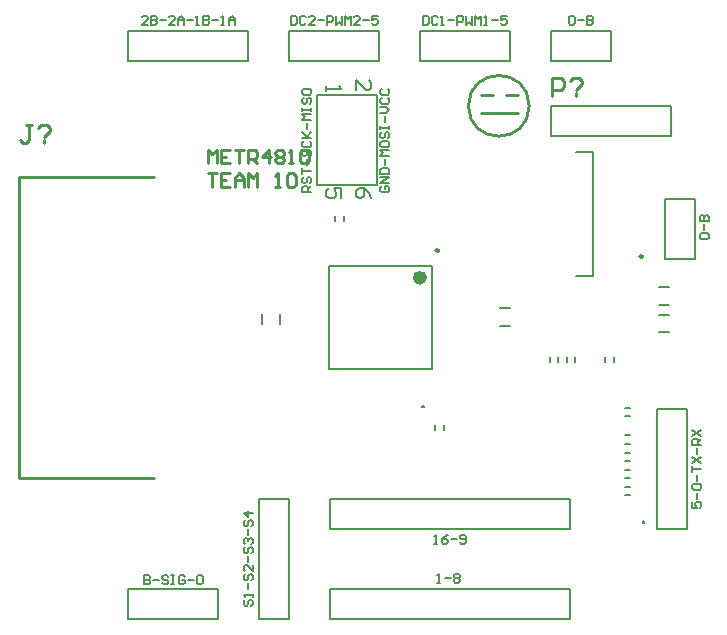
<source format=gto>
G04 Layer_Color=65535*
%FSLAX24Y24*%
%MOIN*%
G70*
G01*
G75*
%ADD22C,0.0100*%
%ADD31C,0.0098*%
%ADD32C,0.0236*%
%ADD33C,0.0079*%
%ADD34C,0.0050*%
%ADD35C,0.0080*%
D22*
X15362Y16150D02*
G03*
X15362Y16150I-1012J0D01*
G01*
X-1650Y3747D02*
X2850D01*
X-1650D02*
Y13790D01*
X2850D01*
X13750Y16500D02*
X14150D01*
X14600D02*
X15000D01*
X13750Y15900D02*
X15000D01*
X4650Y14230D02*
Y14680D01*
X4800Y14530D01*
X4950Y14680D01*
Y14230D01*
X5400Y14680D02*
X5100D01*
Y14230D01*
X5400D01*
X5100Y14455D02*
X5250D01*
X5550Y14680D02*
X5850D01*
X5700D01*
Y14230D01*
X6000D02*
Y14680D01*
X6224D01*
X6299Y14605D01*
Y14455D01*
X6224Y14380D01*
X6000D01*
X6150D02*
X6299Y14230D01*
X6674D02*
Y14680D01*
X6449Y14455D01*
X6749D01*
X6899Y14605D02*
X6974Y14680D01*
X7124D01*
X7199Y14605D01*
Y14530D01*
X7124Y14455D01*
X7199Y14380D01*
Y14305D01*
X7124Y14230D01*
X6974D01*
X6899Y14305D01*
Y14380D01*
X6974Y14455D01*
X6899Y14530D01*
Y14605D01*
X6974Y14455D02*
X7124D01*
X7349Y14230D02*
X7499D01*
X7424D01*
Y14680D01*
X7349Y14605D01*
X7724D02*
X7799Y14680D01*
X7949D01*
X8024Y14605D01*
Y14305D01*
X7949Y14230D01*
X7799D01*
X7724Y14305D01*
Y14605D01*
X4650Y13900D02*
X4950D01*
X4800D01*
Y13450D01*
X5400Y13900D02*
X5100D01*
Y13450D01*
X5400D01*
X5100Y13675D02*
X5250D01*
X5550Y13450D02*
Y13750D01*
X5700Y13900D01*
X5850Y13750D01*
Y13450D01*
Y13675D01*
X5550D01*
X6000Y13450D02*
Y13900D01*
X6150Y13750D01*
X6299Y13900D01*
Y13450D01*
X6899D02*
X7049D01*
X6974D01*
Y13900D01*
X6899Y13825D01*
X7274D02*
X7349Y13900D01*
X7499D01*
X7574Y13825D01*
Y13525D01*
X7499Y13450D01*
X7349D01*
X7274Y13525D01*
Y13825D01*
X-1199Y15520D02*
X-1399D01*
X-1299D01*
Y15020D01*
X-1399Y14920D01*
X-1499D01*
X-1599Y15020D01*
X-999Y15420D02*
X-899Y15520D01*
X-699D01*
X-599Y15420D01*
Y15320D01*
X-799Y15120D01*
Y15020D02*
Y14920D01*
X16135Y16492D02*
Y17091D01*
X16434D01*
X16534Y16991D01*
Y16791D01*
X16434Y16691D01*
X16135D01*
X16734Y16991D02*
X16834Y17091D01*
X17034D01*
X17134Y16991D01*
Y16891D01*
X16934Y16691D01*
Y16591D02*
Y16492D01*
D31*
X19149Y11127D02*
G03*
X19149Y11127I-49J0D01*
G01*
X12349Y11324D02*
G03*
X12349Y11324I-49J0D01*
G01*
D32*
X11837Y10419D02*
G03*
X11837Y10419I-118J0D01*
G01*
D33*
X20073Y15150D02*
Y16150D01*
X16073Y15150D02*
X20073D01*
X16073Y16150D02*
X20073D01*
X16073Y15150D02*
Y16150D01*
X16896Y7621D02*
Y7779D01*
X16621Y7621D02*
Y7779D01*
X19705Y9505D02*
X20020D01*
X19705Y10095D02*
X20020D01*
X19705Y8601D02*
X20020D01*
X19705Y9192D02*
X20020D01*
X14393Y8805D02*
X14707D01*
X14393Y9395D02*
X14707D01*
X7045Y8893D02*
Y9207D01*
X6455Y8893D02*
Y9207D01*
X17904Y7621D02*
Y7779D01*
X18179Y7621D02*
Y7779D01*
X19880Y13050D02*
X20880D01*
Y11050D02*
Y13050D01*
X19880Y11050D02*
X20880D01*
X19880D02*
Y13050D01*
X16048Y7621D02*
Y7779D01*
X16324Y7621D02*
Y7779D01*
X16935Y14617D02*
X17486D01*
Y10483D02*
Y14617D01*
X16935Y10483D02*
X17486D01*
X19630Y6055D02*
X20630D01*
Y2055D02*
Y6055D01*
X19630Y2055D02*
Y6055D01*
Y2055D02*
X20630D01*
X2000Y-945D02*
Y55D01*
X5000D01*
Y-945D02*
Y55D01*
X2000Y-945D02*
X5000D01*
X8715Y55D02*
X16715D01*
X8715Y-945D02*
Y55D01*
Y-945D02*
X16715D01*
Y55D01*
X8715Y3055D02*
X16715D01*
X8715Y2055D02*
Y3055D01*
Y2055D02*
X16715D01*
Y3055D01*
X16073Y17661D02*
X18073D01*
Y18661D01*
X16073D02*
X18073D01*
X16073Y17661D02*
Y18661D01*
X8905Y12316D02*
Y12473D01*
X9181Y12316D02*
Y12473D01*
X6358Y3055D02*
X7358D01*
Y-945D02*
Y3055D01*
X6358Y-945D02*
Y3055D01*
Y-945D02*
X7358D01*
X10358Y17661D02*
Y18661D01*
X7358Y17661D02*
X10358D01*
X7358D02*
Y18661D01*
X10358D01*
X14715Y17661D02*
Y18661D01*
X11715Y17661D02*
X14715D01*
X11715D02*
Y18661D01*
X14715D01*
X18552Y4889D02*
X18709D01*
X18552Y5164D02*
X18709D01*
X18552Y3447D02*
X18709D01*
X18552Y3171D02*
X18709D01*
X18552Y5812D02*
X18709D01*
X18552Y6088D02*
X18709D01*
X12511Y5349D02*
Y5507D01*
X12235Y5349D02*
Y5507D01*
X18552Y4592D02*
X18709D01*
X18552Y4316D02*
X18709D01*
X2000Y17661D02*
Y18661D01*
X6000D01*
X2000Y17661D02*
X6000D01*
Y18661D01*
X18552Y3744D02*
X18709D01*
X18552Y4019D02*
X18709D01*
X8687Y10813D02*
X12113D01*
X8687Y7387D02*
X12113D01*
Y10813D01*
X8687Y7387D02*
Y10813D01*
X8300Y13500D02*
Y15417D01*
Y13500D02*
Y16500D01*
X10300Y13500D02*
Y16500D01*
X8300D02*
X10300D01*
X8300Y13500D02*
X10300D01*
D34*
X21100Y11700D02*
X21050Y11750D01*
Y11850D01*
X21100Y11900D01*
X21300D01*
X21350Y11850D01*
Y11750D01*
X21300Y11700D01*
X21100D01*
X21200Y12000D02*
Y12200D01*
X21050Y12300D02*
X21350D01*
Y12450D01*
X21300Y12500D01*
X21250D01*
X21200Y12450D01*
Y12300D01*
Y12450D01*
X21150Y12500D01*
X21100D01*
X21050Y12450D01*
Y12300D01*
X5900Y-319D02*
X5850Y-369D01*
Y-469D01*
X5900Y-519D01*
X5950D01*
X6000Y-469D01*
Y-369D01*
X6050Y-319D01*
X6100D01*
X6150Y-369D01*
Y-469D01*
X6100Y-519D01*
X6150Y-219D02*
Y-120D01*
Y-169D01*
X5850D01*
X5900Y-219D01*
X6000Y30D02*
Y230D01*
X5900Y530D02*
X5850Y480D01*
Y380D01*
X5900Y330D01*
X5950D01*
X6000Y380D01*
Y480D01*
X6050Y530D01*
X6100D01*
X6150Y480D01*
Y380D01*
X6100Y330D01*
X6150Y830D02*
Y630D01*
X5950Y830D01*
X5900D01*
X5850Y780D01*
Y680D01*
X5900Y630D01*
X6000Y930D02*
Y1130D01*
X5900Y1430D02*
X5850Y1380D01*
Y1280D01*
X5900Y1230D01*
X5950D01*
X6000Y1280D01*
Y1380D01*
X6050Y1430D01*
X6100D01*
X6150Y1380D01*
Y1280D01*
X6100Y1230D01*
X5900Y1530D02*
X5850Y1580D01*
Y1680D01*
X5900Y1730D01*
X5950D01*
X6000Y1680D01*
Y1630D01*
Y1680D01*
X6050Y1730D01*
X6100D01*
X6150Y1680D01*
Y1580D01*
X6100Y1530D01*
X6000Y1830D02*
Y2030D01*
X5900Y2330D02*
X5850Y2280D01*
Y2180D01*
X5900Y2130D01*
X5950D01*
X6000Y2180D01*
Y2280D01*
X6050Y2330D01*
X6100D01*
X6150Y2280D01*
Y2180D01*
X6100Y2130D01*
X6150Y2580D02*
X5850D01*
X6000Y2430D01*
Y2630D01*
X2525Y500D02*
Y200D01*
X2675D01*
X2725Y250D01*
Y300D01*
X2675Y350D01*
X2525D01*
X2675D01*
X2725Y400D01*
Y450D01*
X2675Y500D01*
X2525D01*
X2825Y350D02*
X3025D01*
X3325Y450D02*
X3275Y500D01*
X3175D01*
X3125Y450D01*
Y400D01*
X3175Y350D01*
X3275D01*
X3325Y300D01*
Y250D01*
X3275Y200D01*
X3175D01*
X3125Y250D01*
X3425Y500D02*
X3525D01*
X3475D01*
Y200D01*
X3425D01*
X3525D01*
X3875Y450D02*
X3825Y500D01*
X3725D01*
X3675Y450D01*
Y250D01*
X3725Y200D01*
X3825D01*
X3875Y250D01*
Y350D01*
X3775D01*
X3975D02*
X4175D01*
X4275Y450D02*
X4325Y500D01*
X4425D01*
X4475Y450D01*
Y250D01*
X4425Y200D01*
X4325D01*
X4275Y250D01*
Y450D01*
X2650Y18850D02*
X2450D01*
X2650Y19050D01*
Y19100D01*
X2600Y19150D01*
X2500D01*
X2450Y19100D01*
X2750Y19150D02*
Y18850D01*
X2900D01*
X2950Y18900D01*
Y18950D01*
X2900Y19000D01*
X2750D01*
X2900D01*
X2950Y19050D01*
Y19100D01*
X2900Y19150D01*
X2750D01*
X3050Y19000D02*
X3250D01*
X3550Y18850D02*
X3350D01*
X3550Y19050D01*
Y19100D01*
X3500Y19150D01*
X3400D01*
X3350Y19100D01*
X3650Y18850D02*
Y19050D01*
X3750Y19150D01*
X3850Y19050D01*
Y18850D01*
Y19000D01*
X3650D01*
X3950D02*
X4150D01*
X4250Y18850D02*
X4350D01*
X4300D01*
Y19150D01*
X4250Y19100D01*
X4500Y19150D02*
Y18850D01*
X4650D01*
X4700Y18900D01*
Y18950D01*
X4650Y19000D01*
X4500D01*
X4650D01*
X4700Y19050D01*
Y19100D01*
X4650Y19150D01*
X4500D01*
X4800Y19000D02*
X5000D01*
X5100Y18850D02*
X5200D01*
X5150D01*
Y19150D01*
X5100Y19100D01*
X5350Y18850D02*
Y19050D01*
X5450Y19150D01*
X5549Y19050D01*
Y18850D01*
Y19000D01*
X5350D01*
X7408Y19150D02*
Y18850D01*
X7558D01*
X7608Y18900D01*
Y19100D01*
X7558Y19150D01*
X7408D01*
X7908Y19100D02*
X7858Y19150D01*
X7758D01*
X7708Y19100D01*
Y18900D01*
X7758Y18850D01*
X7858D01*
X7908Y18900D01*
X8208Y18850D02*
X8008D01*
X8208Y19050D01*
Y19100D01*
X8158Y19150D01*
X8058D01*
X8008Y19100D01*
X8308Y19000D02*
X8508D01*
X8608Y18850D02*
Y19150D01*
X8758D01*
X8808Y19100D01*
Y19000D01*
X8758Y18950D01*
X8608D01*
X8908Y19150D02*
Y18850D01*
X9008Y18950D01*
X9108Y18850D01*
Y19150D01*
X9208Y18850D02*
Y19150D01*
X9308Y19050D01*
X9408Y19150D01*
Y18850D01*
X9707D02*
X9507D01*
X9707Y19050D01*
Y19100D01*
X9657Y19150D01*
X9557D01*
X9507Y19100D01*
X9807Y19000D02*
X10007D01*
X10307Y19150D02*
X10107D01*
Y19000D01*
X10207Y19050D01*
X10257D01*
X10307Y19000D01*
Y18900D01*
X10257Y18850D01*
X10157D01*
X10107Y18900D01*
X11816Y19150D02*
Y18850D01*
X11966D01*
X12016Y18900D01*
Y19100D01*
X11966Y19150D01*
X11816D01*
X12316Y19100D02*
X12266Y19150D01*
X12166D01*
X12116Y19100D01*
Y18900D01*
X12166Y18850D01*
X12266D01*
X12316Y18900D01*
X12416Y18850D02*
X12516D01*
X12466D01*
Y19150D01*
X12416Y19100D01*
X12666Y19000D02*
X12865D01*
X12965Y18850D02*
Y19150D01*
X13115D01*
X13165Y19100D01*
Y19000D01*
X13115Y18950D01*
X12965D01*
X13265Y19150D02*
Y18850D01*
X13365Y18950D01*
X13465Y18850D01*
Y19150D01*
X13565Y18850D02*
Y19150D01*
X13665Y19050D01*
X13765Y19150D01*
Y18850D01*
X13865D02*
X13965D01*
X13915D01*
Y19150D01*
X13865Y19100D01*
X14115Y19000D02*
X14315D01*
X14615Y19150D02*
X14415D01*
Y19000D01*
X14515Y19050D01*
X14565D01*
X14615Y19000D01*
Y18900D01*
X14565Y18850D01*
X14465D01*
X14415Y18900D01*
X16673Y19100D02*
X16723Y19150D01*
X16823D01*
X16873Y19100D01*
Y18900D01*
X16823Y18850D01*
X16723D01*
X16673Y18900D01*
Y19100D01*
X16973Y19000D02*
X17173D01*
X17273Y19150D02*
Y18850D01*
X17423D01*
X17473Y18900D01*
Y18950D01*
X17423Y19000D01*
X17273D01*
X17423D01*
X17473Y19050D01*
Y19100D01*
X17423Y19150D01*
X17273D01*
X8100Y13276D02*
X7800D01*
Y13426D01*
X7850Y13475D01*
X7950D01*
X8000Y13426D01*
Y13276D01*
Y13376D02*
X8100Y13475D01*
X7850Y13775D02*
X7800Y13725D01*
Y13625D01*
X7850Y13575D01*
X7900D01*
X7950Y13625D01*
Y13725D01*
X8000Y13775D01*
X8050D01*
X8100Y13725D01*
Y13625D01*
X8050Y13575D01*
X7800Y13875D02*
Y14075D01*
Y13975D01*
X8100D01*
X7950Y14175D02*
Y14375D01*
X7850Y14675D02*
X7800Y14625D01*
Y14525D01*
X7850Y14475D01*
X7900D01*
X7950Y14525D01*
Y14625D01*
X8000Y14675D01*
X8050D01*
X8100Y14625D01*
Y14525D01*
X8050Y14475D01*
X7850Y14975D02*
X7800Y14925D01*
Y14825D01*
X7850Y14775D01*
X8050D01*
X8100Y14825D01*
Y14925D01*
X8050Y14975D01*
X7800Y15075D02*
X8100D01*
X8000D01*
X7800Y15275D01*
X7950Y15125D01*
X8100Y15275D01*
X7950Y15375D02*
Y15575D01*
X8100Y15675D02*
X7800D01*
X7900Y15775D01*
X7800Y15875D01*
X8100D01*
X7800Y15975D02*
Y16075D01*
Y16025D01*
X8100D01*
Y15975D01*
Y16075D01*
X7850Y16425D02*
X7800Y16375D01*
Y16275D01*
X7850Y16225D01*
X7900D01*
X7950Y16275D01*
Y16375D01*
X8000Y16425D01*
X8050D01*
X8100Y16375D01*
Y16275D01*
X8050Y16225D01*
X7800Y16674D02*
Y16574D01*
X7850Y16525D01*
X8050D01*
X8100Y16574D01*
Y16674D01*
X8050Y16724D01*
X7850D01*
X7800Y16674D01*
X10450Y13475D02*
X10400Y13426D01*
Y13326D01*
X10450Y13276D01*
X10650D01*
X10700Y13326D01*
Y13426D01*
X10650Y13475D01*
X10550D01*
Y13376D01*
X10700Y13575D02*
X10400D01*
X10700Y13775D01*
X10400D01*
Y13875D02*
X10700D01*
Y14025D01*
X10650Y14075D01*
X10450D01*
X10400Y14025D01*
Y13875D01*
X10550Y14175D02*
Y14375D01*
X10700Y14475D02*
X10400D01*
X10500Y14575D01*
X10400Y14675D01*
X10700D01*
X10400Y14925D02*
Y14825D01*
X10450Y14775D01*
X10650D01*
X10700Y14825D01*
Y14925D01*
X10650Y14975D01*
X10450D01*
X10400Y14925D01*
X10450Y15275D02*
X10400Y15225D01*
Y15125D01*
X10450Y15075D01*
X10500D01*
X10550Y15125D01*
Y15225D01*
X10600Y15275D01*
X10650D01*
X10700Y15225D01*
Y15125D01*
X10650Y15075D01*
X10400Y15375D02*
Y15475D01*
Y15425D01*
X10700D01*
Y15375D01*
Y15475D01*
X10550Y15625D02*
Y15825D01*
X10400Y15925D02*
X10600D01*
X10700Y16025D01*
X10600Y16125D01*
X10400D01*
X10450Y16425D02*
X10400Y16375D01*
Y16275D01*
X10450Y16225D01*
X10650D01*
X10700Y16275D01*
Y16375D01*
X10650Y16425D01*
X10450Y16724D02*
X10400Y16674D01*
Y16574D01*
X10450Y16525D01*
X10650D01*
X10700Y16574D01*
Y16674D01*
X10650Y16724D01*
X20800Y2955D02*
Y2756D01*
X20950D01*
X20900Y2856D01*
Y2905D01*
X20950Y2955D01*
X21050D01*
X21100Y2905D01*
Y2806D01*
X21050Y2756D01*
X20950Y3055D02*
Y3255D01*
X20850Y3355D02*
X20800Y3405D01*
Y3505D01*
X20850Y3555D01*
X21050D01*
X21100Y3505D01*
Y3405D01*
X21050Y3355D01*
X20850D01*
X20950Y3655D02*
Y3855D01*
X20800Y3955D02*
Y4155D01*
Y4055D01*
X21100D01*
X20800Y4255D02*
X21100Y4455D01*
X20800D02*
X21100Y4255D01*
X20950Y4555D02*
Y4755D01*
X21100Y4855D02*
X20800D01*
Y5005D01*
X20850Y5055D01*
X20950D01*
X21000Y5005D01*
Y4855D01*
Y4955D02*
X21100Y5055D01*
X20800Y5155D02*
X21100Y5355D01*
X20800D02*
X21100Y5155D01*
X12200Y1550D02*
X12300D01*
X12250D01*
Y1850D01*
X12200Y1800D01*
X12650Y1850D02*
X12550Y1800D01*
X12450Y1700D01*
Y1600D01*
X12500Y1550D01*
X12600D01*
X12650Y1600D01*
Y1650D01*
X12600Y1700D01*
X12450D01*
X12750D02*
X12950D01*
X13050Y1600D02*
X13100Y1550D01*
X13200D01*
X13250Y1600D01*
Y1800D01*
X13200Y1850D01*
X13100D01*
X13050Y1800D01*
Y1750D01*
X13100Y1700D01*
X13250D01*
X12300Y250D02*
X12400D01*
X12350D01*
Y550D01*
X12300Y500D01*
X12550Y400D02*
X12750D01*
X12850Y500D02*
X12900Y550D01*
X13000D01*
X13050Y500D01*
Y450D01*
X13000Y400D01*
X13050Y350D01*
Y300D01*
X13000Y250D01*
X12900D01*
X12850Y300D01*
Y350D01*
X12900Y400D01*
X12850Y450D01*
Y500D01*
X12900Y400D02*
X13000D01*
X11800Y6100D02*
Y6150D01*
X11850D01*
Y6100D01*
X11800D01*
X19150Y2250D02*
Y2300D01*
X19200D01*
Y2250D01*
X19150D01*
D35*
X8600Y16800D02*
Y16633D01*
Y16717D01*
X9100D01*
X9017Y16800D01*
X9600Y16667D02*
Y17000D01*
X9933Y16667D01*
X10017D01*
X10100Y16750D01*
Y16917D01*
X10017Y17000D01*
X9100Y13067D02*
Y13400D01*
X8850D01*
X8933Y13233D01*
Y13150D01*
X8850Y13067D01*
X8683D01*
X8600Y13150D01*
Y13317D01*
X8683Y13400D01*
X10100Y13067D02*
X10017Y13233D01*
X9850Y13400D01*
X9683D01*
X9600Y13317D01*
Y13150D01*
X9683Y13067D01*
X9767D01*
X9850Y13150D01*
Y13400D01*
M02*

</source>
